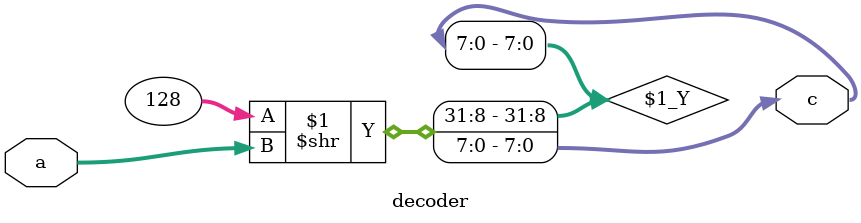
<source format=v>
module decoder(a,c);
               input [2:0]a;
               output [7:0]c;
               assign c=128 >> a;
endmodule // decoder
</source>
